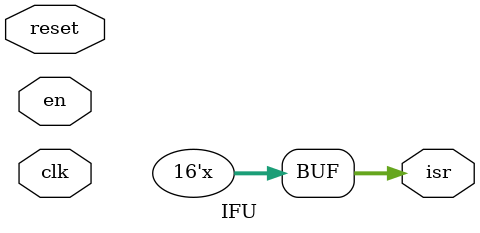
<source format=sv>

`include "sum16bit.sv"

`timescale 1ns / 1ps
//////////////////////////////////////////////////////////////////////////////////
// 
// Engineer: Nitesh 
// 
// Create Date:    
// Design Name:    
// Module Name:     
// Project Name: 
// Target Devices: 
// Tool versions: 
// Description: 
//
// Dependencies: 
//
// Revision: 
// Revision 0.01 - File Created
// Additional Comments: 
//
//////////////////////////////////////////////////////////////////////////////////
//

module IFU(reset,clk,en,isr);
	
	input //[15:0]pc,
	      reset,
	      clk,
	      en;
      	output reg [15:0]isr;

	 reg [15:0] pc;
	 reg [15:0]temp1;
	 reg [15:0] temp2;
	wire [16:0] pcwire;

	wire [15:0] imem [0:1023];//65535]; // if need be can be 1024 also

	// inc16bit inc(pc,pcwire,clk);
	sum16bit inc(pc,16'b1,2'b0,pcwire);

	always @(clk)
	begin
		//temp<=1;
		if (reset)
		begin
			pc <= {4{4'b0000}};
			
			//isr <= imem[pc];
		end
		// else
		// 	begin
			if (en && ~reset)
			begin
			//temp<=1;
			
			// temp1 <= imem[pcwire];
			// temp2 <= temp1;
			isr <= imem[pc[9:0]];//temp2;
			//en <= isr[15] & ~(isr[14] & isr[13] & isr[12]); // should
			//compute this in decode stage
			pc <=pcwire;
			// end
		end
	end	

endmodule

</source>
